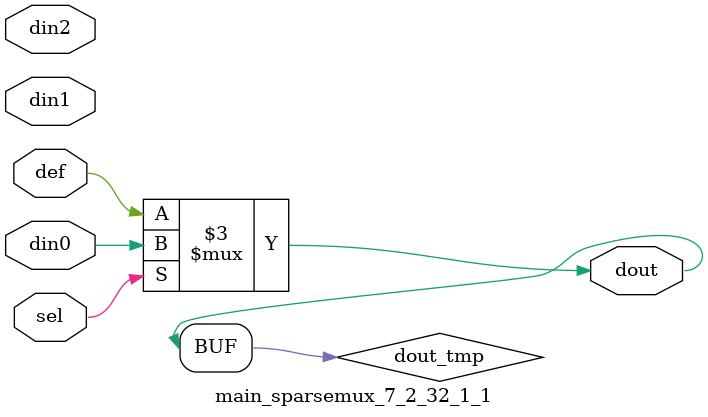
<source format=v>
`timescale 1ns / 1ps

module main_sparsemux_7_2_32_1_1 (din0,din1,din2,def,sel,dout);

parameter din0_WIDTH = 1;

parameter din1_WIDTH = 1;

parameter din2_WIDTH = 1;

parameter def_WIDTH = 1;
parameter sel_WIDTH = 1;
parameter dout_WIDTH = 1;

parameter [sel_WIDTH-1:0] CASE0 = 1;

parameter [sel_WIDTH-1:0] CASE1 = 1;

parameter [sel_WIDTH-1:0] CASE2 = 1;

parameter ID = 1;
parameter NUM_STAGE = 1;



input [din0_WIDTH-1:0] din0;

input [din1_WIDTH-1:0] din1;

input [din2_WIDTH-1:0] din2;

input [def_WIDTH-1:0] def;
input [sel_WIDTH-1:0] sel;

output [dout_WIDTH-1:0] dout;



reg [dout_WIDTH-1:0] dout_tmp;

always @ (*) begin
case (sel)
    
    CASE0 : dout_tmp = din0;
    
    CASE1 : dout_tmp = din1;
    
    CASE2 : dout_tmp = din2;
    
    default : dout_tmp = def;
endcase
end


assign dout = dout_tmp;



endmodule

</source>
